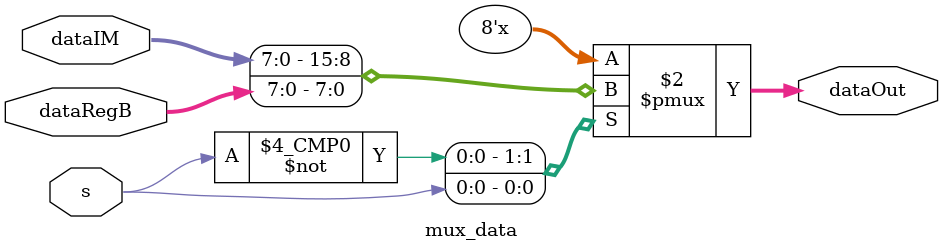
<source format=v>
`timescale 1ns / 1ps
module mux_data(dataIM, dataRegB, s, dataOut);
	input [7:0]   dataIM;
	input [7:0] dataRegB;
	input              s;
	
	output [7:0] dataOut;
	
	reg [7:0] dataOut;
	
	always @(s, dataIM, dataRegB)
		case(s)
			'b0: dataOut     <=   dataIM;
			'b1: dataOut     <= dataRegB;
			default: dataOut <=   dataIM;
		endcase
endmodule

</source>
